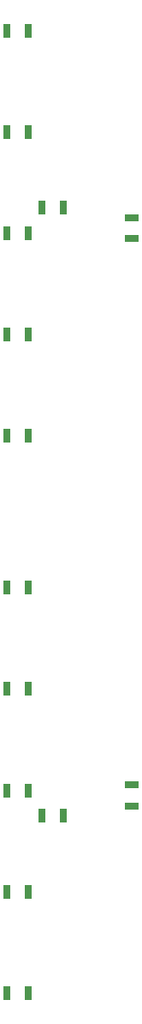
<source format=gbp>
%FSLAX33Y33*%
%MOMM*%
%AMRect-W670710-H1320710-RO1.000*
21,1,0.67071,1.32071,0.,0.,180*%
%AMRect-W670710-H1320710-RO0.500*
21,1,0.67071,1.32071,0.,0.,270*%
%AMRect-W670710-H1320710-RO1.500*
21,1,0.67071,1.32071,0.,0.,90*%
%ADD10R,0.67071X1.32071*%
%ADD11Rect-W670710-H1320710-RO1.000*%
%ADD12Rect-W670710-H1320710-RO0.500*%
%ADD13Rect-W670710-H1320710-RO1.500*%
D10*
%LNbottom paste_traces*%
%LNbottom paste component 1c9507c30673ee66*%
G01*
X8950Y97500D03*
X11050Y97500D03*
%LNbottom paste component d0f1cea9c40e7c44*%
X8950Y2500D03*
X11050Y2500D03*
%LNbottom paste component 5554f0675f3d2049*%
X8950Y12500D03*
X11050Y12500D03*
%LNbottom paste component eaed5f5deb5b3e1f*%
D11*
X14550Y20000D03*
X12450Y20000D03*
%LNbottom paste component 0fefc724005e8df5*%
D10*
X8950Y22500D03*
X11050Y22500D03*
%LNbottom paste component f1d5df593f81f1a4*%
X8950Y67500D03*
X11050Y67500D03*
%LNbottom paste component 6fcb7afaa1c59582*%
X8950Y32500D03*
X11050Y32500D03*
%LNbottom paste component 6faa5bf68e39bd57*%
D12*
X21300Y23050D03*
X21300Y20950D03*
%LNbottom paste component d7ba02b250e27fe0*%
D10*
X8950Y42500D03*
X11050Y42500D03*
%LNbottom paste component f4d1e5de21fa8109*%
D13*
X21300Y76950D03*
X21300Y79050D03*
%LNbottom paste component 4ea57519bcb4f12c*%
D11*
X14550Y80000D03*
X12450Y80000D03*
%LNbottom paste component b15d75c6ec27c82e*%
D10*
X8950Y57500D03*
X11050Y57500D03*
%LNbottom paste component 92b6b987cdba25fc*%
X8950Y87500D03*
X11050Y87500D03*
%LNbottom paste component 800e5b6bc9c18d00*%
X8950Y77500D03*
X11050Y77500D03*
M02*
</source>
